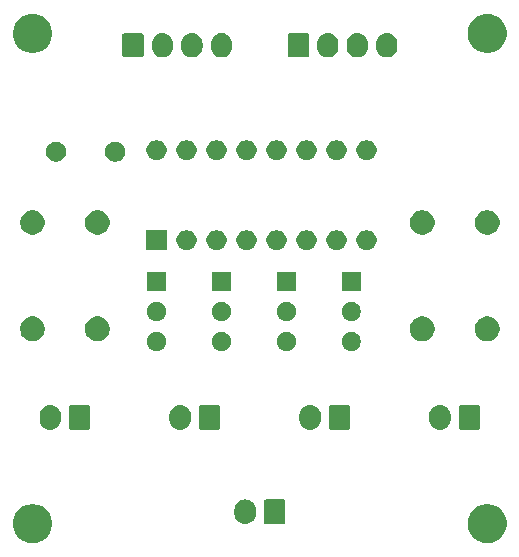
<source format=gbr>
G04 #@! TF.GenerationSoftware,KiCad,Pcbnew,5.1.6-c6e7f7d~87~ubuntu20.04.1*
G04 #@! TF.CreationDate,2020-08-21T14:36:32+01:00*
G04 #@! TF.ProjectId,4_switch_array,345f7377-6974-4636-985f-61727261792e,rev?*
G04 #@! TF.SameCoordinates,Original*
G04 #@! TF.FileFunction,Soldermask,Bot*
G04 #@! TF.FilePolarity,Negative*
%FSLAX46Y46*%
G04 Gerber Fmt 4.6, Leading zero omitted, Abs format (unit mm)*
G04 Created by KiCad (PCBNEW 5.1.6-c6e7f7d~87~ubuntu20.04.1) date 2020-08-21 14:36:32*
%MOMM*%
%LPD*%
G01*
G04 APERTURE LIST*
%ADD10C,0.100000*%
G04 APERTURE END LIST*
D10*
G36*
X166375256Y-76891298D02*
G01*
X166481579Y-76912447D01*
X166782042Y-77036903D01*
X167052451Y-77217585D01*
X167282415Y-77447549D01*
X167463097Y-77717958D01*
X167578460Y-77996468D01*
X167587553Y-78018422D01*
X167641611Y-78290186D01*
X167651000Y-78337391D01*
X167651000Y-78662609D01*
X167587553Y-78981579D01*
X167463097Y-79282042D01*
X167282415Y-79552451D01*
X167052451Y-79782415D01*
X166782042Y-79963097D01*
X166481579Y-80087553D01*
X166375256Y-80108702D01*
X166162611Y-80151000D01*
X165837389Y-80151000D01*
X165624744Y-80108702D01*
X165518421Y-80087553D01*
X165217958Y-79963097D01*
X164947549Y-79782415D01*
X164717585Y-79552451D01*
X164536903Y-79282042D01*
X164412447Y-78981579D01*
X164349000Y-78662609D01*
X164349000Y-78337391D01*
X164358390Y-78290186D01*
X164412447Y-78018422D01*
X164421541Y-77996468D01*
X164536903Y-77717958D01*
X164717585Y-77447549D01*
X164947549Y-77217585D01*
X165217958Y-77036903D01*
X165518421Y-76912447D01*
X165624744Y-76891298D01*
X165837389Y-76849000D01*
X166162611Y-76849000D01*
X166375256Y-76891298D01*
G37*
G36*
X127875256Y-76891298D02*
G01*
X127981579Y-76912447D01*
X128282042Y-77036903D01*
X128552451Y-77217585D01*
X128782415Y-77447549D01*
X128963097Y-77717958D01*
X129078460Y-77996468D01*
X129087553Y-78018422D01*
X129141611Y-78290186D01*
X129151000Y-78337391D01*
X129151000Y-78662609D01*
X129087553Y-78981579D01*
X128963097Y-79282042D01*
X128782415Y-79552451D01*
X128552451Y-79782415D01*
X128282042Y-79963097D01*
X127981579Y-80087553D01*
X127875256Y-80108702D01*
X127662611Y-80151000D01*
X127337389Y-80151000D01*
X127124744Y-80108702D01*
X127018421Y-80087553D01*
X126717958Y-79963097D01*
X126447549Y-79782415D01*
X126217585Y-79552451D01*
X126036903Y-79282042D01*
X125912447Y-78981579D01*
X125849000Y-78662609D01*
X125849000Y-78337391D01*
X125858390Y-78290186D01*
X125912447Y-78018422D01*
X125921541Y-77996468D01*
X126036903Y-77717958D01*
X126217585Y-77447549D01*
X126447549Y-77217585D01*
X126717958Y-77036903D01*
X127018421Y-76912447D01*
X127124744Y-76891298D01*
X127337389Y-76849000D01*
X127662611Y-76849000D01*
X127875256Y-76891298D01*
G37*
G36*
X145676627Y-76462037D02*
G01*
X145846466Y-76513557D01*
X146002991Y-76597222D01*
X146038729Y-76626552D01*
X146140186Y-76709814D01*
X146223448Y-76811271D01*
X146252778Y-76847009D01*
X146336443Y-77003534D01*
X146387963Y-77173374D01*
X146401000Y-77305743D01*
X146401000Y-77694258D01*
X146387963Y-77826627D01*
X146336443Y-77996466D01*
X146252778Y-78152991D01*
X146223448Y-78188729D01*
X146140186Y-78290186D01*
X146002989Y-78402779D01*
X145846467Y-78486442D01*
X145846465Y-78486443D01*
X145676626Y-78537963D01*
X145500000Y-78555359D01*
X145323373Y-78537963D01*
X145153534Y-78486443D01*
X144997009Y-78402778D01*
X144954750Y-78368097D01*
X144859814Y-78290186D01*
X144747221Y-78152989D01*
X144663558Y-77996467D01*
X144663557Y-77996465D01*
X144612037Y-77826626D01*
X144605519Y-77760442D01*
X144599000Y-77694259D01*
X144599000Y-77305740D01*
X144612037Y-77173375D01*
X144612037Y-77173373D01*
X144663557Y-77003534D01*
X144747222Y-76847009D01*
X144859815Y-76709815D01*
X144997010Y-76597222D01*
X145153535Y-76513557D01*
X145323374Y-76462037D01*
X145500000Y-76444641D01*
X145676627Y-76462037D01*
G37*
G36*
X148758600Y-76452989D02*
G01*
X148791652Y-76463015D01*
X148822103Y-76479292D01*
X148848799Y-76501201D01*
X148870708Y-76527897D01*
X148886985Y-76558348D01*
X148897011Y-76591400D01*
X148901000Y-76631903D01*
X148901000Y-78368097D01*
X148897011Y-78408600D01*
X148886985Y-78441652D01*
X148870708Y-78472103D01*
X148848799Y-78498799D01*
X148822103Y-78520708D01*
X148791652Y-78536985D01*
X148758600Y-78547011D01*
X148718097Y-78551000D01*
X147281903Y-78551000D01*
X147241400Y-78547011D01*
X147208348Y-78536985D01*
X147177897Y-78520708D01*
X147151201Y-78498799D01*
X147129292Y-78472103D01*
X147113015Y-78441652D01*
X147102989Y-78408600D01*
X147099000Y-78368097D01*
X147099000Y-76631903D01*
X147102989Y-76591400D01*
X147113015Y-76558348D01*
X147129292Y-76527897D01*
X147151201Y-76501201D01*
X147177897Y-76479292D01*
X147208348Y-76463015D01*
X147241400Y-76452989D01*
X147281903Y-76449000D01*
X148718097Y-76449000D01*
X148758600Y-76452989D01*
G37*
G36*
X129176627Y-68462037D02*
G01*
X129346466Y-68513557D01*
X129502991Y-68597222D01*
X129538729Y-68626552D01*
X129640186Y-68709814D01*
X129723448Y-68811271D01*
X129752778Y-68847009D01*
X129836443Y-69003534D01*
X129887963Y-69173374D01*
X129901000Y-69305743D01*
X129901000Y-69694258D01*
X129887963Y-69826627D01*
X129836443Y-69996466D01*
X129752778Y-70152991D01*
X129723448Y-70188729D01*
X129640186Y-70290186D01*
X129502989Y-70402779D01*
X129346467Y-70486442D01*
X129346465Y-70486443D01*
X129176626Y-70537963D01*
X129000000Y-70555359D01*
X128823373Y-70537963D01*
X128653534Y-70486443D01*
X128497009Y-70402778D01*
X128454750Y-70368097D01*
X128359814Y-70290186D01*
X128247221Y-70152989D01*
X128163558Y-69996467D01*
X128163557Y-69996465D01*
X128112037Y-69826626D01*
X128099000Y-69694257D01*
X128099000Y-69305742D01*
X128112037Y-69173373D01*
X128163557Y-69003534D01*
X128247222Y-68847009D01*
X128359815Y-68709815D01*
X128497010Y-68597222D01*
X128653535Y-68513557D01*
X128823374Y-68462037D01*
X129000000Y-68444641D01*
X129176627Y-68462037D01*
G37*
G36*
X162176627Y-68462037D02*
G01*
X162346466Y-68513557D01*
X162502991Y-68597222D01*
X162538729Y-68626552D01*
X162640186Y-68709814D01*
X162723448Y-68811271D01*
X162752778Y-68847009D01*
X162836443Y-69003534D01*
X162887963Y-69173374D01*
X162901000Y-69305743D01*
X162901000Y-69694258D01*
X162887963Y-69826627D01*
X162836443Y-69996466D01*
X162752778Y-70152991D01*
X162723448Y-70188729D01*
X162640186Y-70290186D01*
X162502989Y-70402779D01*
X162346467Y-70486442D01*
X162346465Y-70486443D01*
X162176626Y-70537963D01*
X162000000Y-70555359D01*
X161823373Y-70537963D01*
X161653534Y-70486443D01*
X161497009Y-70402778D01*
X161454750Y-70368097D01*
X161359814Y-70290186D01*
X161247221Y-70152989D01*
X161163558Y-69996467D01*
X161163557Y-69996465D01*
X161112037Y-69826626D01*
X161099000Y-69694257D01*
X161099000Y-69305742D01*
X161112037Y-69173373D01*
X161163557Y-69003534D01*
X161247222Y-68847009D01*
X161359815Y-68709815D01*
X161497010Y-68597222D01*
X161653535Y-68513557D01*
X161823374Y-68462037D01*
X162000000Y-68444641D01*
X162176627Y-68462037D01*
G37*
G36*
X140176627Y-68462037D02*
G01*
X140346466Y-68513557D01*
X140502991Y-68597222D01*
X140538729Y-68626552D01*
X140640186Y-68709814D01*
X140723448Y-68811271D01*
X140752778Y-68847009D01*
X140836443Y-69003534D01*
X140887963Y-69173374D01*
X140901000Y-69305743D01*
X140901000Y-69694258D01*
X140887963Y-69826627D01*
X140836443Y-69996466D01*
X140752778Y-70152991D01*
X140723448Y-70188729D01*
X140640186Y-70290186D01*
X140502989Y-70402779D01*
X140346467Y-70486442D01*
X140346465Y-70486443D01*
X140176626Y-70537963D01*
X140000000Y-70555359D01*
X139823373Y-70537963D01*
X139653534Y-70486443D01*
X139497009Y-70402778D01*
X139454750Y-70368097D01*
X139359814Y-70290186D01*
X139247221Y-70152989D01*
X139163558Y-69996467D01*
X139163557Y-69996465D01*
X139112037Y-69826626D01*
X139099000Y-69694257D01*
X139099000Y-69305742D01*
X139112037Y-69173373D01*
X139163557Y-69003534D01*
X139247222Y-68847009D01*
X139359815Y-68709815D01*
X139497010Y-68597222D01*
X139653535Y-68513557D01*
X139823374Y-68462037D01*
X140000000Y-68444641D01*
X140176627Y-68462037D01*
G37*
G36*
X151176627Y-68462037D02*
G01*
X151346466Y-68513557D01*
X151502991Y-68597222D01*
X151538729Y-68626552D01*
X151640186Y-68709814D01*
X151723448Y-68811271D01*
X151752778Y-68847009D01*
X151836443Y-69003534D01*
X151887963Y-69173374D01*
X151901000Y-69305743D01*
X151901000Y-69694258D01*
X151887963Y-69826627D01*
X151836443Y-69996466D01*
X151752778Y-70152991D01*
X151723448Y-70188729D01*
X151640186Y-70290186D01*
X151502989Y-70402779D01*
X151346467Y-70486442D01*
X151346465Y-70486443D01*
X151176626Y-70537963D01*
X151000000Y-70555359D01*
X150823373Y-70537963D01*
X150653534Y-70486443D01*
X150497009Y-70402778D01*
X150454750Y-70368097D01*
X150359814Y-70290186D01*
X150247221Y-70152989D01*
X150163558Y-69996467D01*
X150163557Y-69996465D01*
X150112037Y-69826626D01*
X150099000Y-69694257D01*
X150099000Y-69305742D01*
X150112037Y-69173373D01*
X150163557Y-69003534D01*
X150247222Y-68847009D01*
X150359815Y-68709815D01*
X150497010Y-68597222D01*
X150653535Y-68513557D01*
X150823374Y-68462037D01*
X151000000Y-68444641D01*
X151176627Y-68462037D01*
G37*
G36*
X154258600Y-68452989D02*
G01*
X154291652Y-68463015D01*
X154322103Y-68479292D01*
X154348799Y-68501201D01*
X154370708Y-68527897D01*
X154386985Y-68558348D01*
X154397011Y-68591400D01*
X154401000Y-68631903D01*
X154401000Y-70368097D01*
X154397011Y-70408600D01*
X154386985Y-70441652D01*
X154370708Y-70472103D01*
X154348799Y-70498799D01*
X154322103Y-70520708D01*
X154291652Y-70536985D01*
X154258600Y-70547011D01*
X154218097Y-70551000D01*
X152781903Y-70551000D01*
X152741400Y-70547011D01*
X152708348Y-70536985D01*
X152677897Y-70520708D01*
X152651201Y-70498799D01*
X152629292Y-70472103D01*
X152613015Y-70441652D01*
X152602989Y-70408600D01*
X152599000Y-70368097D01*
X152599000Y-68631903D01*
X152602989Y-68591400D01*
X152613015Y-68558348D01*
X152629292Y-68527897D01*
X152651201Y-68501201D01*
X152677897Y-68479292D01*
X152708348Y-68463015D01*
X152741400Y-68452989D01*
X152781903Y-68449000D01*
X154218097Y-68449000D01*
X154258600Y-68452989D01*
G37*
G36*
X165258600Y-68452989D02*
G01*
X165291652Y-68463015D01*
X165322103Y-68479292D01*
X165348799Y-68501201D01*
X165370708Y-68527897D01*
X165386985Y-68558348D01*
X165397011Y-68591400D01*
X165401000Y-68631903D01*
X165401000Y-70368097D01*
X165397011Y-70408600D01*
X165386985Y-70441652D01*
X165370708Y-70472103D01*
X165348799Y-70498799D01*
X165322103Y-70520708D01*
X165291652Y-70536985D01*
X165258600Y-70547011D01*
X165218097Y-70551000D01*
X163781903Y-70551000D01*
X163741400Y-70547011D01*
X163708348Y-70536985D01*
X163677897Y-70520708D01*
X163651201Y-70498799D01*
X163629292Y-70472103D01*
X163613015Y-70441652D01*
X163602989Y-70408600D01*
X163599000Y-70368097D01*
X163599000Y-68631903D01*
X163602989Y-68591400D01*
X163613015Y-68558348D01*
X163629292Y-68527897D01*
X163651201Y-68501201D01*
X163677897Y-68479292D01*
X163708348Y-68463015D01*
X163741400Y-68452989D01*
X163781903Y-68449000D01*
X165218097Y-68449000D01*
X165258600Y-68452989D01*
G37*
G36*
X143258600Y-68452989D02*
G01*
X143291652Y-68463015D01*
X143322103Y-68479292D01*
X143348799Y-68501201D01*
X143370708Y-68527897D01*
X143386985Y-68558348D01*
X143397011Y-68591400D01*
X143401000Y-68631903D01*
X143401000Y-70368097D01*
X143397011Y-70408600D01*
X143386985Y-70441652D01*
X143370708Y-70472103D01*
X143348799Y-70498799D01*
X143322103Y-70520708D01*
X143291652Y-70536985D01*
X143258600Y-70547011D01*
X143218097Y-70551000D01*
X141781903Y-70551000D01*
X141741400Y-70547011D01*
X141708348Y-70536985D01*
X141677897Y-70520708D01*
X141651201Y-70498799D01*
X141629292Y-70472103D01*
X141613015Y-70441652D01*
X141602989Y-70408600D01*
X141599000Y-70368097D01*
X141599000Y-68631903D01*
X141602989Y-68591400D01*
X141613015Y-68558348D01*
X141629292Y-68527897D01*
X141651201Y-68501201D01*
X141677897Y-68479292D01*
X141708348Y-68463015D01*
X141741400Y-68452989D01*
X141781903Y-68449000D01*
X143218097Y-68449000D01*
X143258600Y-68452989D01*
G37*
G36*
X132258600Y-68452989D02*
G01*
X132291652Y-68463015D01*
X132322103Y-68479292D01*
X132348799Y-68501201D01*
X132370708Y-68527897D01*
X132386985Y-68558348D01*
X132397011Y-68591400D01*
X132401000Y-68631903D01*
X132401000Y-70368097D01*
X132397011Y-70408600D01*
X132386985Y-70441652D01*
X132370708Y-70472103D01*
X132348799Y-70498799D01*
X132322103Y-70520708D01*
X132291652Y-70536985D01*
X132258600Y-70547011D01*
X132218097Y-70551000D01*
X130781903Y-70551000D01*
X130741400Y-70547011D01*
X130708348Y-70536985D01*
X130677897Y-70520708D01*
X130651201Y-70498799D01*
X130629292Y-70472103D01*
X130613015Y-70441652D01*
X130602989Y-70408600D01*
X130599000Y-70368097D01*
X130599000Y-68631903D01*
X130602989Y-68591400D01*
X130613015Y-68558348D01*
X130629292Y-68527897D01*
X130651201Y-68501201D01*
X130677897Y-68479292D01*
X130708348Y-68463015D01*
X130741400Y-68452989D01*
X130781903Y-68449000D01*
X132218097Y-68449000D01*
X132258600Y-68452989D01*
G37*
G36*
X149233642Y-62309781D02*
G01*
X149379414Y-62370162D01*
X149379416Y-62370163D01*
X149510608Y-62457822D01*
X149622178Y-62569392D01*
X149709837Y-62700584D01*
X149709838Y-62700586D01*
X149770219Y-62846358D01*
X149801000Y-63001107D01*
X149801000Y-63158893D01*
X149770219Y-63313642D01*
X149709838Y-63459414D01*
X149709837Y-63459416D01*
X149622178Y-63590608D01*
X149510608Y-63702178D01*
X149379416Y-63789837D01*
X149379415Y-63789838D01*
X149379414Y-63789838D01*
X149233642Y-63850219D01*
X149078893Y-63881000D01*
X148921107Y-63881000D01*
X148766358Y-63850219D01*
X148620586Y-63789838D01*
X148620585Y-63789838D01*
X148620584Y-63789837D01*
X148489392Y-63702178D01*
X148377822Y-63590608D01*
X148290163Y-63459416D01*
X148290162Y-63459414D01*
X148229781Y-63313642D01*
X148199000Y-63158893D01*
X148199000Y-63001107D01*
X148229781Y-62846358D01*
X148290162Y-62700586D01*
X148290163Y-62700584D01*
X148377822Y-62569392D01*
X148489392Y-62457822D01*
X148620584Y-62370163D01*
X148620586Y-62370162D01*
X148766358Y-62309781D01*
X148921107Y-62279000D01*
X149078893Y-62279000D01*
X149233642Y-62309781D01*
G37*
G36*
X138233642Y-62309781D02*
G01*
X138379414Y-62370162D01*
X138379416Y-62370163D01*
X138510608Y-62457822D01*
X138622178Y-62569392D01*
X138709837Y-62700584D01*
X138709838Y-62700586D01*
X138770219Y-62846358D01*
X138801000Y-63001107D01*
X138801000Y-63158893D01*
X138770219Y-63313642D01*
X138709838Y-63459414D01*
X138709837Y-63459416D01*
X138622178Y-63590608D01*
X138510608Y-63702178D01*
X138379416Y-63789837D01*
X138379415Y-63789838D01*
X138379414Y-63789838D01*
X138233642Y-63850219D01*
X138078893Y-63881000D01*
X137921107Y-63881000D01*
X137766358Y-63850219D01*
X137620586Y-63789838D01*
X137620585Y-63789838D01*
X137620584Y-63789837D01*
X137489392Y-63702178D01*
X137377822Y-63590608D01*
X137290163Y-63459416D01*
X137290162Y-63459414D01*
X137229781Y-63313642D01*
X137199000Y-63158893D01*
X137199000Y-63001107D01*
X137229781Y-62846358D01*
X137290162Y-62700586D01*
X137290163Y-62700584D01*
X137377822Y-62569392D01*
X137489392Y-62457822D01*
X137620584Y-62370163D01*
X137620586Y-62370162D01*
X137766358Y-62309781D01*
X137921107Y-62279000D01*
X138078893Y-62279000D01*
X138233642Y-62309781D01*
G37*
G36*
X154733642Y-62309781D02*
G01*
X154879414Y-62370162D01*
X154879416Y-62370163D01*
X155010608Y-62457822D01*
X155122178Y-62569392D01*
X155209837Y-62700584D01*
X155209838Y-62700586D01*
X155270219Y-62846358D01*
X155301000Y-63001107D01*
X155301000Y-63158893D01*
X155270219Y-63313642D01*
X155209838Y-63459414D01*
X155209837Y-63459416D01*
X155122178Y-63590608D01*
X155010608Y-63702178D01*
X154879416Y-63789837D01*
X154879415Y-63789838D01*
X154879414Y-63789838D01*
X154733642Y-63850219D01*
X154578893Y-63881000D01*
X154421107Y-63881000D01*
X154266358Y-63850219D01*
X154120586Y-63789838D01*
X154120585Y-63789838D01*
X154120584Y-63789837D01*
X153989392Y-63702178D01*
X153877822Y-63590608D01*
X153790163Y-63459416D01*
X153790162Y-63459414D01*
X153729781Y-63313642D01*
X153699000Y-63158893D01*
X153699000Y-63001107D01*
X153729781Y-62846358D01*
X153790162Y-62700586D01*
X153790163Y-62700584D01*
X153877822Y-62569392D01*
X153989392Y-62457822D01*
X154120584Y-62370163D01*
X154120586Y-62370162D01*
X154266358Y-62309781D01*
X154421107Y-62279000D01*
X154578893Y-62279000D01*
X154733642Y-62309781D01*
G37*
G36*
X143733642Y-62309781D02*
G01*
X143879414Y-62370162D01*
X143879416Y-62370163D01*
X144010608Y-62457822D01*
X144122178Y-62569392D01*
X144209837Y-62700584D01*
X144209838Y-62700586D01*
X144270219Y-62846358D01*
X144301000Y-63001107D01*
X144301000Y-63158893D01*
X144270219Y-63313642D01*
X144209838Y-63459414D01*
X144209837Y-63459416D01*
X144122178Y-63590608D01*
X144010608Y-63702178D01*
X143879416Y-63789837D01*
X143879415Y-63789838D01*
X143879414Y-63789838D01*
X143733642Y-63850219D01*
X143578893Y-63881000D01*
X143421107Y-63881000D01*
X143266358Y-63850219D01*
X143120586Y-63789838D01*
X143120585Y-63789838D01*
X143120584Y-63789837D01*
X142989392Y-63702178D01*
X142877822Y-63590608D01*
X142790163Y-63459416D01*
X142790162Y-63459414D01*
X142729781Y-63313642D01*
X142699000Y-63158893D01*
X142699000Y-63001107D01*
X142729781Y-62846358D01*
X142790162Y-62700586D01*
X142790163Y-62700584D01*
X142877822Y-62569392D01*
X142989392Y-62457822D01*
X143120584Y-62370163D01*
X143120586Y-62370162D01*
X143266358Y-62309781D01*
X143421107Y-62279000D01*
X143578893Y-62279000D01*
X143733642Y-62309781D01*
G37*
G36*
X127806564Y-60989389D02*
G01*
X127997833Y-61068615D01*
X127997835Y-61068616D01*
X128137860Y-61162178D01*
X128169973Y-61183635D01*
X128316365Y-61330027D01*
X128431385Y-61502167D01*
X128510611Y-61693436D01*
X128551000Y-61896484D01*
X128551000Y-62103516D01*
X128510611Y-62306564D01*
X128447958Y-62457822D01*
X128431384Y-62497835D01*
X128316365Y-62669973D01*
X128169973Y-62816365D01*
X127997835Y-62931384D01*
X127997834Y-62931385D01*
X127997833Y-62931385D01*
X127806564Y-63010611D01*
X127603516Y-63051000D01*
X127396484Y-63051000D01*
X127193436Y-63010611D01*
X127002167Y-62931385D01*
X127002166Y-62931385D01*
X127002165Y-62931384D01*
X126830027Y-62816365D01*
X126683635Y-62669973D01*
X126568616Y-62497835D01*
X126552042Y-62457822D01*
X126489389Y-62306564D01*
X126449000Y-62103516D01*
X126449000Y-61896484D01*
X126489389Y-61693436D01*
X126568615Y-61502167D01*
X126683635Y-61330027D01*
X126830027Y-61183635D01*
X126862140Y-61162178D01*
X127002165Y-61068616D01*
X127002167Y-61068615D01*
X127193436Y-60989389D01*
X127396484Y-60949000D01*
X127603516Y-60949000D01*
X127806564Y-60989389D01*
G37*
G36*
X166306564Y-60989389D02*
G01*
X166497833Y-61068615D01*
X166497835Y-61068616D01*
X166637860Y-61162178D01*
X166669973Y-61183635D01*
X166816365Y-61330027D01*
X166931385Y-61502167D01*
X167010611Y-61693436D01*
X167051000Y-61896484D01*
X167051000Y-62103516D01*
X167010611Y-62306564D01*
X166947958Y-62457822D01*
X166931384Y-62497835D01*
X166816365Y-62669973D01*
X166669973Y-62816365D01*
X166497835Y-62931384D01*
X166497834Y-62931385D01*
X166497833Y-62931385D01*
X166306564Y-63010611D01*
X166103516Y-63051000D01*
X165896484Y-63051000D01*
X165693436Y-63010611D01*
X165502167Y-62931385D01*
X165502166Y-62931385D01*
X165502165Y-62931384D01*
X165330027Y-62816365D01*
X165183635Y-62669973D01*
X165068616Y-62497835D01*
X165052042Y-62457822D01*
X164989389Y-62306564D01*
X164949000Y-62103516D01*
X164949000Y-61896484D01*
X164989389Y-61693436D01*
X165068615Y-61502167D01*
X165183635Y-61330027D01*
X165330027Y-61183635D01*
X165362140Y-61162178D01*
X165502165Y-61068616D01*
X165502167Y-61068615D01*
X165693436Y-60989389D01*
X165896484Y-60949000D01*
X166103516Y-60949000D01*
X166306564Y-60989389D01*
G37*
G36*
X133306564Y-60989389D02*
G01*
X133497833Y-61068615D01*
X133497835Y-61068616D01*
X133637860Y-61162178D01*
X133669973Y-61183635D01*
X133816365Y-61330027D01*
X133931385Y-61502167D01*
X134010611Y-61693436D01*
X134051000Y-61896484D01*
X134051000Y-62103516D01*
X134010611Y-62306564D01*
X133947958Y-62457822D01*
X133931384Y-62497835D01*
X133816365Y-62669973D01*
X133669973Y-62816365D01*
X133497835Y-62931384D01*
X133497834Y-62931385D01*
X133497833Y-62931385D01*
X133306564Y-63010611D01*
X133103516Y-63051000D01*
X132896484Y-63051000D01*
X132693436Y-63010611D01*
X132502167Y-62931385D01*
X132502166Y-62931385D01*
X132502165Y-62931384D01*
X132330027Y-62816365D01*
X132183635Y-62669973D01*
X132068616Y-62497835D01*
X132052042Y-62457822D01*
X131989389Y-62306564D01*
X131949000Y-62103516D01*
X131949000Y-61896484D01*
X131989389Y-61693436D01*
X132068615Y-61502167D01*
X132183635Y-61330027D01*
X132330027Y-61183635D01*
X132362140Y-61162178D01*
X132502165Y-61068616D01*
X132502167Y-61068615D01*
X132693436Y-60989389D01*
X132896484Y-60949000D01*
X133103516Y-60949000D01*
X133306564Y-60989389D01*
G37*
G36*
X160806564Y-60989389D02*
G01*
X160997833Y-61068615D01*
X160997835Y-61068616D01*
X161137860Y-61162178D01*
X161169973Y-61183635D01*
X161316365Y-61330027D01*
X161431385Y-61502167D01*
X161510611Y-61693436D01*
X161551000Y-61896484D01*
X161551000Y-62103516D01*
X161510611Y-62306564D01*
X161447958Y-62457822D01*
X161431384Y-62497835D01*
X161316365Y-62669973D01*
X161169973Y-62816365D01*
X160997835Y-62931384D01*
X160997834Y-62931385D01*
X160997833Y-62931385D01*
X160806564Y-63010611D01*
X160603516Y-63051000D01*
X160396484Y-63051000D01*
X160193436Y-63010611D01*
X160002167Y-62931385D01*
X160002166Y-62931385D01*
X160002165Y-62931384D01*
X159830027Y-62816365D01*
X159683635Y-62669973D01*
X159568616Y-62497835D01*
X159552042Y-62457822D01*
X159489389Y-62306564D01*
X159449000Y-62103516D01*
X159449000Y-61896484D01*
X159489389Y-61693436D01*
X159568615Y-61502167D01*
X159683635Y-61330027D01*
X159830027Y-61183635D01*
X159862140Y-61162178D01*
X160002165Y-61068616D01*
X160002167Y-61068615D01*
X160193436Y-60989389D01*
X160396484Y-60949000D01*
X160603516Y-60949000D01*
X160806564Y-60989389D01*
G37*
G36*
X138233642Y-59769781D02*
G01*
X138379414Y-59830162D01*
X138379416Y-59830163D01*
X138510608Y-59917822D01*
X138622178Y-60029392D01*
X138709837Y-60160584D01*
X138709838Y-60160586D01*
X138770219Y-60306358D01*
X138801000Y-60461107D01*
X138801000Y-60618893D01*
X138770219Y-60773642D01*
X138709838Y-60919414D01*
X138709837Y-60919416D01*
X138622178Y-61050608D01*
X138510608Y-61162178D01*
X138379416Y-61249837D01*
X138379415Y-61249838D01*
X138379414Y-61249838D01*
X138233642Y-61310219D01*
X138078893Y-61341000D01*
X137921107Y-61341000D01*
X137766358Y-61310219D01*
X137620586Y-61249838D01*
X137620585Y-61249838D01*
X137620584Y-61249837D01*
X137489392Y-61162178D01*
X137377822Y-61050608D01*
X137290163Y-60919416D01*
X137290162Y-60919414D01*
X137229781Y-60773642D01*
X137199000Y-60618893D01*
X137199000Y-60461107D01*
X137229781Y-60306358D01*
X137290162Y-60160586D01*
X137290163Y-60160584D01*
X137377822Y-60029392D01*
X137489392Y-59917822D01*
X137620584Y-59830163D01*
X137620586Y-59830162D01*
X137766358Y-59769781D01*
X137921107Y-59739000D01*
X138078893Y-59739000D01*
X138233642Y-59769781D01*
G37*
G36*
X154733642Y-59769781D02*
G01*
X154879414Y-59830162D01*
X154879416Y-59830163D01*
X155010608Y-59917822D01*
X155122178Y-60029392D01*
X155209837Y-60160584D01*
X155209838Y-60160586D01*
X155270219Y-60306358D01*
X155301000Y-60461107D01*
X155301000Y-60618893D01*
X155270219Y-60773642D01*
X155209838Y-60919414D01*
X155209837Y-60919416D01*
X155122178Y-61050608D01*
X155010608Y-61162178D01*
X154879416Y-61249837D01*
X154879415Y-61249838D01*
X154879414Y-61249838D01*
X154733642Y-61310219D01*
X154578893Y-61341000D01*
X154421107Y-61341000D01*
X154266358Y-61310219D01*
X154120586Y-61249838D01*
X154120585Y-61249838D01*
X154120584Y-61249837D01*
X153989392Y-61162178D01*
X153877822Y-61050608D01*
X153790163Y-60919416D01*
X153790162Y-60919414D01*
X153729781Y-60773642D01*
X153699000Y-60618893D01*
X153699000Y-60461107D01*
X153729781Y-60306358D01*
X153790162Y-60160586D01*
X153790163Y-60160584D01*
X153877822Y-60029392D01*
X153989392Y-59917822D01*
X154120584Y-59830163D01*
X154120586Y-59830162D01*
X154266358Y-59769781D01*
X154421107Y-59739000D01*
X154578893Y-59739000D01*
X154733642Y-59769781D01*
G37*
G36*
X149233642Y-59769781D02*
G01*
X149379414Y-59830162D01*
X149379416Y-59830163D01*
X149510608Y-59917822D01*
X149622178Y-60029392D01*
X149709837Y-60160584D01*
X149709838Y-60160586D01*
X149770219Y-60306358D01*
X149801000Y-60461107D01*
X149801000Y-60618893D01*
X149770219Y-60773642D01*
X149709838Y-60919414D01*
X149709837Y-60919416D01*
X149622178Y-61050608D01*
X149510608Y-61162178D01*
X149379416Y-61249837D01*
X149379415Y-61249838D01*
X149379414Y-61249838D01*
X149233642Y-61310219D01*
X149078893Y-61341000D01*
X148921107Y-61341000D01*
X148766358Y-61310219D01*
X148620586Y-61249838D01*
X148620585Y-61249838D01*
X148620584Y-61249837D01*
X148489392Y-61162178D01*
X148377822Y-61050608D01*
X148290163Y-60919416D01*
X148290162Y-60919414D01*
X148229781Y-60773642D01*
X148199000Y-60618893D01*
X148199000Y-60461107D01*
X148229781Y-60306358D01*
X148290162Y-60160586D01*
X148290163Y-60160584D01*
X148377822Y-60029392D01*
X148489392Y-59917822D01*
X148620584Y-59830163D01*
X148620586Y-59830162D01*
X148766358Y-59769781D01*
X148921107Y-59739000D01*
X149078893Y-59739000D01*
X149233642Y-59769781D01*
G37*
G36*
X143733642Y-59769781D02*
G01*
X143879414Y-59830162D01*
X143879416Y-59830163D01*
X144010608Y-59917822D01*
X144122178Y-60029392D01*
X144209837Y-60160584D01*
X144209838Y-60160586D01*
X144270219Y-60306358D01*
X144301000Y-60461107D01*
X144301000Y-60618893D01*
X144270219Y-60773642D01*
X144209838Y-60919414D01*
X144209837Y-60919416D01*
X144122178Y-61050608D01*
X144010608Y-61162178D01*
X143879416Y-61249837D01*
X143879415Y-61249838D01*
X143879414Y-61249838D01*
X143733642Y-61310219D01*
X143578893Y-61341000D01*
X143421107Y-61341000D01*
X143266358Y-61310219D01*
X143120586Y-61249838D01*
X143120585Y-61249838D01*
X143120584Y-61249837D01*
X142989392Y-61162178D01*
X142877822Y-61050608D01*
X142790163Y-60919416D01*
X142790162Y-60919414D01*
X142729781Y-60773642D01*
X142699000Y-60618893D01*
X142699000Y-60461107D01*
X142729781Y-60306358D01*
X142790162Y-60160586D01*
X142790163Y-60160584D01*
X142877822Y-60029392D01*
X142989392Y-59917822D01*
X143120584Y-59830163D01*
X143120586Y-59830162D01*
X143266358Y-59769781D01*
X143421107Y-59739000D01*
X143578893Y-59739000D01*
X143733642Y-59769781D01*
G37*
G36*
X155301000Y-58801000D02*
G01*
X153699000Y-58801000D01*
X153699000Y-57199000D01*
X155301000Y-57199000D01*
X155301000Y-58801000D01*
G37*
G36*
X149801000Y-58801000D02*
G01*
X148199000Y-58801000D01*
X148199000Y-57199000D01*
X149801000Y-57199000D01*
X149801000Y-58801000D01*
G37*
G36*
X144301000Y-58801000D02*
G01*
X142699000Y-58801000D01*
X142699000Y-57199000D01*
X144301000Y-57199000D01*
X144301000Y-58801000D01*
G37*
G36*
X138801000Y-58801000D02*
G01*
X137199000Y-58801000D01*
X137199000Y-57199000D01*
X138801000Y-57199000D01*
X138801000Y-58801000D01*
G37*
G36*
X153488228Y-53681703D02*
G01*
X153643100Y-53745853D01*
X153782481Y-53838985D01*
X153901015Y-53957519D01*
X153994147Y-54096900D01*
X154058297Y-54251772D01*
X154091000Y-54416184D01*
X154091000Y-54583816D01*
X154058297Y-54748228D01*
X153994147Y-54903100D01*
X153901015Y-55042481D01*
X153782481Y-55161015D01*
X153643100Y-55254147D01*
X153488228Y-55318297D01*
X153323816Y-55351000D01*
X153156184Y-55351000D01*
X152991772Y-55318297D01*
X152836900Y-55254147D01*
X152697519Y-55161015D01*
X152578985Y-55042481D01*
X152485853Y-54903100D01*
X152421703Y-54748228D01*
X152389000Y-54583816D01*
X152389000Y-54416184D01*
X152421703Y-54251772D01*
X152485853Y-54096900D01*
X152578985Y-53957519D01*
X152697519Y-53838985D01*
X152836900Y-53745853D01*
X152991772Y-53681703D01*
X153156184Y-53649000D01*
X153323816Y-53649000D01*
X153488228Y-53681703D01*
G37*
G36*
X156028228Y-53681703D02*
G01*
X156183100Y-53745853D01*
X156322481Y-53838985D01*
X156441015Y-53957519D01*
X156534147Y-54096900D01*
X156598297Y-54251772D01*
X156631000Y-54416184D01*
X156631000Y-54583816D01*
X156598297Y-54748228D01*
X156534147Y-54903100D01*
X156441015Y-55042481D01*
X156322481Y-55161015D01*
X156183100Y-55254147D01*
X156028228Y-55318297D01*
X155863816Y-55351000D01*
X155696184Y-55351000D01*
X155531772Y-55318297D01*
X155376900Y-55254147D01*
X155237519Y-55161015D01*
X155118985Y-55042481D01*
X155025853Y-54903100D01*
X154961703Y-54748228D01*
X154929000Y-54583816D01*
X154929000Y-54416184D01*
X154961703Y-54251772D01*
X155025853Y-54096900D01*
X155118985Y-53957519D01*
X155237519Y-53838985D01*
X155376900Y-53745853D01*
X155531772Y-53681703D01*
X155696184Y-53649000D01*
X155863816Y-53649000D01*
X156028228Y-53681703D01*
G37*
G36*
X138851000Y-55351000D02*
G01*
X137149000Y-55351000D01*
X137149000Y-53649000D01*
X138851000Y-53649000D01*
X138851000Y-55351000D01*
G37*
G36*
X140788228Y-53681703D02*
G01*
X140943100Y-53745853D01*
X141082481Y-53838985D01*
X141201015Y-53957519D01*
X141294147Y-54096900D01*
X141358297Y-54251772D01*
X141391000Y-54416184D01*
X141391000Y-54583816D01*
X141358297Y-54748228D01*
X141294147Y-54903100D01*
X141201015Y-55042481D01*
X141082481Y-55161015D01*
X140943100Y-55254147D01*
X140788228Y-55318297D01*
X140623816Y-55351000D01*
X140456184Y-55351000D01*
X140291772Y-55318297D01*
X140136900Y-55254147D01*
X139997519Y-55161015D01*
X139878985Y-55042481D01*
X139785853Y-54903100D01*
X139721703Y-54748228D01*
X139689000Y-54583816D01*
X139689000Y-54416184D01*
X139721703Y-54251772D01*
X139785853Y-54096900D01*
X139878985Y-53957519D01*
X139997519Y-53838985D01*
X140136900Y-53745853D01*
X140291772Y-53681703D01*
X140456184Y-53649000D01*
X140623816Y-53649000D01*
X140788228Y-53681703D01*
G37*
G36*
X148408228Y-53681703D02*
G01*
X148563100Y-53745853D01*
X148702481Y-53838985D01*
X148821015Y-53957519D01*
X148914147Y-54096900D01*
X148978297Y-54251772D01*
X149011000Y-54416184D01*
X149011000Y-54583816D01*
X148978297Y-54748228D01*
X148914147Y-54903100D01*
X148821015Y-55042481D01*
X148702481Y-55161015D01*
X148563100Y-55254147D01*
X148408228Y-55318297D01*
X148243816Y-55351000D01*
X148076184Y-55351000D01*
X147911772Y-55318297D01*
X147756900Y-55254147D01*
X147617519Y-55161015D01*
X147498985Y-55042481D01*
X147405853Y-54903100D01*
X147341703Y-54748228D01*
X147309000Y-54583816D01*
X147309000Y-54416184D01*
X147341703Y-54251772D01*
X147405853Y-54096900D01*
X147498985Y-53957519D01*
X147617519Y-53838985D01*
X147756900Y-53745853D01*
X147911772Y-53681703D01*
X148076184Y-53649000D01*
X148243816Y-53649000D01*
X148408228Y-53681703D01*
G37*
G36*
X143328228Y-53681703D02*
G01*
X143483100Y-53745853D01*
X143622481Y-53838985D01*
X143741015Y-53957519D01*
X143834147Y-54096900D01*
X143898297Y-54251772D01*
X143931000Y-54416184D01*
X143931000Y-54583816D01*
X143898297Y-54748228D01*
X143834147Y-54903100D01*
X143741015Y-55042481D01*
X143622481Y-55161015D01*
X143483100Y-55254147D01*
X143328228Y-55318297D01*
X143163816Y-55351000D01*
X142996184Y-55351000D01*
X142831772Y-55318297D01*
X142676900Y-55254147D01*
X142537519Y-55161015D01*
X142418985Y-55042481D01*
X142325853Y-54903100D01*
X142261703Y-54748228D01*
X142229000Y-54583816D01*
X142229000Y-54416184D01*
X142261703Y-54251772D01*
X142325853Y-54096900D01*
X142418985Y-53957519D01*
X142537519Y-53838985D01*
X142676900Y-53745853D01*
X142831772Y-53681703D01*
X142996184Y-53649000D01*
X143163816Y-53649000D01*
X143328228Y-53681703D01*
G37*
G36*
X150948228Y-53681703D02*
G01*
X151103100Y-53745853D01*
X151242481Y-53838985D01*
X151361015Y-53957519D01*
X151454147Y-54096900D01*
X151518297Y-54251772D01*
X151551000Y-54416184D01*
X151551000Y-54583816D01*
X151518297Y-54748228D01*
X151454147Y-54903100D01*
X151361015Y-55042481D01*
X151242481Y-55161015D01*
X151103100Y-55254147D01*
X150948228Y-55318297D01*
X150783816Y-55351000D01*
X150616184Y-55351000D01*
X150451772Y-55318297D01*
X150296900Y-55254147D01*
X150157519Y-55161015D01*
X150038985Y-55042481D01*
X149945853Y-54903100D01*
X149881703Y-54748228D01*
X149849000Y-54583816D01*
X149849000Y-54416184D01*
X149881703Y-54251772D01*
X149945853Y-54096900D01*
X150038985Y-53957519D01*
X150157519Y-53838985D01*
X150296900Y-53745853D01*
X150451772Y-53681703D01*
X150616184Y-53649000D01*
X150783816Y-53649000D01*
X150948228Y-53681703D01*
G37*
G36*
X145868228Y-53681703D02*
G01*
X146023100Y-53745853D01*
X146162481Y-53838985D01*
X146281015Y-53957519D01*
X146374147Y-54096900D01*
X146438297Y-54251772D01*
X146471000Y-54416184D01*
X146471000Y-54583816D01*
X146438297Y-54748228D01*
X146374147Y-54903100D01*
X146281015Y-55042481D01*
X146162481Y-55161015D01*
X146023100Y-55254147D01*
X145868228Y-55318297D01*
X145703816Y-55351000D01*
X145536184Y-55351000D01*
X145371772Y-55318297D01*
X145216900Y-55254147D01*
X145077519Y-55161015D01*
X144958985Y-55042481D01*
X144865853Y-54903100D01*
X144801703Y-54748228D01*
X144769000Y-54583816D01*
X144769000Y-54416184D01*
X144801703Y-54251772D01*
X144865853Y-54096900D01*
X144958985Y-53957519D01*
X145077519Y-53838985D01*
X145216900Y-53745853D01*
X145371772Y-53681703D01*
X145536184Y-53649000D01*
X145703816Y-53649000D01*
X145868228Y-53681703D01*
G37*
G36*
X127806564Y-51989389D02*
G01*
X127997833Y-52068615D01*
X127997835Y-52068616D01*
X128169973Y-52183635D01*
X128316365Y-52330027D01*
X128431385Y-52502167D01*
X128510611Y-52693436D01*
X128551000Y-52896484D01*
X128551000Y-53103516D01*
X128510611Y-53306564D01*
X128431385Y-53497833D01*
X128431384Y-53497835D01*
X128316365Y-53669973D01*
X128169973Y-53816365D01*
X127997835Y-53931384D01*
X127997834Y-53931385D01*
X127997833Y-53931385D01*
X127806564Y-54010611D01*
X127603516Y-54051000D01*
X127396484Y-54051000D01*
X127193436Y-54010611D01*
X127002167Y-53931385D01*
X127002166Y-53931385D01*
X127002165Y-53931384D01*
X126830027Y-53816365D01*
X126683635Y-53669973D01*
X126568616Y-53497835D01*
X126568615Y-53497833D01*
X126489389Y-53306564D01*
X126449000Y-53103516D01*
X126449000Y-52896484D01*
X126489389Y-52693436D01*
X126568615Y-52502167D01*
X126683635Y-52330027D01*
X126830027Y-52183635D01*
X127002165Y-52068616D01*
X127002167Y-52068615D01*
X127193436Y-51989389D01*
X127396484Y-51949000D01*
X127603516Y-51949000D01*
X127806564Y-51989389D01*
G37*
G36*
X160806564Y-51989389D02*
G01*
X160997833Y-52068615D01*
X160997835Y-52068616D01*
X161169973Y-52183635D01*
X161316365Y-52330027D01*
X161431385Y-52502167D01*
X161510611Y-52693436D01*
X161551000Y-52896484D01*
X161551000Y-53103516D01*
X161510611Y-53306564D01*
X161431385Y-53497833D01*
X161431384Y-53497835D01*
X161316365Y-53669973D01*
X161169973Y-53816365D01*
X160997835Y-53931384D01*
X160997834Y-53931385D01*
X160997833Y-53931385D01*
X160806564Y-54010611D01*
X160603516Y-54051000D01*
X160396484Y-54051000D01*
X160193436Y-54010611D01*
X160002167Y-53931385D01*
X160002166Y-53931385D01*
X160002165Y-53931384D01*
X159830027Y-53816365D01*
X159683635Y-53669973D01*
X159568616Y-53497835D01*
X159568615Y-53497833D01*
X159489389Y-53306564D01*
X159449000Y-53103516D01*
X159449000Y-52896484D01*
X159489389Y-52693436D01*
X159568615Y-52502167D01*
X159683635Y-52330027D01*
X159830027Y-52183635D01*
X160002165Y-52068616D01*
X160002167Y-52068615D01*
X160193436Y-51989389D01*
X160396484Y-51949000D01*
X160603516Y-51949000D01*
X160806564Y-51989389D01*
G37*
G36*
X166306564Y-51989389D02*
G01*
X166497833Y-52068615D01*
X166497835Y-52068616D01*
X166669973Y-52183635D01*
X166816365Y-52330027D01*
X166931385Y-52502167D01*
X167010611Y-52693436D01*
X167051000Y-52896484D01*
X167051000Y-53103516D01*
X167010611Y-53306564D01*
X166931385Y-53497833D01*
X166931384Y-53497835D01*
X166816365Y-53669973D01*
X166669973Y-53816365D01*
X166497835Y-53931384D01*
X166497834Y-53931385D01*
X166497833Y-53931385D01*
X166306564Y-54010611D01*
X166103516Y-54051000D01*
X165896484Y-54051000D01*
X165693436Y-54010611D01*
X165502167Y-53931385D01*
X165502166Y-53931385D01*
X165502165Y-53931384D01*
X165330027Y-53816365D01*
X165183635Y-53669973D01*
X165068616Y-53497835D01*
X165068615Y-53497833D01*
X164989389Y-53306564D01*
X164949000Y-53103516D01*
X164949000Y-52896484D01*
X164989389Y-52693436D01*
X165068615Y-52502167D01*
X165183635Y-52330027D01*
X165330027Y-52183635D01*
X165502165Y-52068616D01*
X165502167Y-52068615D01*
X165693436Y-51989389D01*
X165896484Y-51949000D01*
X166103516Y-51949000D01*
X166306564Y-51989389D01*
G37*
G36*
X133306564Y-51989389D02*
G01*
X133497833Y-52068615D01*
X133497835Y-52068616D01*
X133669973Y-52183635D01*
X133816365Y-52330027D01*
X133931385Y-52502167D01*
X134010611Y-52693436D01*
X134051000Y-52896484D01*
X134051000Y-53103516D01*
X134010611Y-53306564D01*
X133931385Y-53497833D01*
X133931384Y-53497835D01*
X133816365Y-53669973D01*
X133669973Y-53816365D01*
X133497835Y-53931384D01*
X133497834Y-53931385D01*
X133497833Y-53931385D01*
X133306564Y-54010611D01*
X133103516Y-54051000D01*
X132896484Y-54051000D01*
X132693436Y-54010611D01*
X132502167Y-53931385D01*
X132502166Y-53931385D01*
X132502165Y-53931384D01*
X132330027Y-53816365D01*
X132183635Y-53669973D01*
X132068616Y-53497835D01*
X132068615Y-53497833D01*
X131989389Y-53306564D01*
X131949000Y-53103516D01*
X131949000Y-52896484D01*
X131989389Y-52693436D01*
X132068615Y-52502167D01*
X132183635Y-52330027D01*
X132330027Y-52183635D01*
X132502165Y-52068616D01*
X132502167Y-52068615D01*
X132693436Y-51989389D01*
X132896484Y-51949000D01*
X133103516Y-51949000D01*
X133306564Y-51989389D01*
G37*
G36*
X129748228Y-46181703D02*
G01*
X129903100Y-46245853D01*
X130042481Y-46338985D01*
X130161015Y-46457519D01*
X130254147Y-46596900D01*
X130318297Y-46751772D01*
X130351000Y-46916184D01*
X130351000Y-47083816D01*
X130318297Y-47248228D01*
X130254147Y-47403100D01*
X130161015Y-47542481D01*
X130042481Y-47661015D01*
X129903100Y-47754147D01*
X129748228Y-47818297D01*
X129583816Y-47851000D01*
X129416184Y-47851000D01*
X129251772Y-47818297D01*
X129096900Y-47754147D01*
X128957519Y-47661015D01*
X128838985Y-47542481D01*
X128745853Y-47403100D01*
X128681703Y-47248228D01*
X128649000Y-47083816D01*
X128649000Y-46916184D01*
X128681703Y-46751772D01*
X128745853Y-46596900D01*
X128838985Y-46457519D01*
X128957519Y-46338985D01*
X129096900Y-46245853D01*
X129251772Y-46181703D01*
X129416184Y-46149000D01*
X129583816Y-46149000D01*
X129748228Y-46181703D01*
G37*
G36*
X134748228Y-46181703D02*
G01*
X134903100Y-46245853D01*
X135042481Y-46338985D01*
X135161015Y-46457519D01*
X135254147Y-46596900D01*
X135318297Y-46751772D01*
X135351000Y-46916184D01*
X135351000Y-47083816D01*
X135318297Y-47248228D01*
X135254147Y-47403100D01*
X135161015Y-47542481D01*
X135042481Y-47661015D01*
X134903100Y-47754147D01*
X134748228Y-47818297D01*
X134583816Y-47851000D01*
X134416184Y-47851000D01*
X134251772Y-47818297D01*
X134096900Y-47754147D01*
X133957519Y-47661015D01*
X133838985Y-47542481D01*
X133745853Y-47403100D01*
X133681703Y-47248228D01*
X133649000Y-47083816D01*
X133649000Y-46916184D01*
X133681703Y-46751772D01*
X133745853Y-46596900D01*
X133838985Y-46457519D01*
X133957519Y-46338985D01*
X134096900Y-46245853D01*
X134251772Y-46181703D01*
X134416184Y-46149000D01*
X134583816Y-46149000D01*
X134748228Y-46181703D01*
G37*
G36*
X148408228Y-46061703D02*
G01*
X148563100Y-46125853D01*
X148702481Y-46218985D01*
X148821015Y-46337519D01*
X148914147Y-46476900D01*
X148978297Y-46631772D01*
X149011000Y-46796184D01*
X149011000Y-46963816D01*
X148978297Y-47128228D01*
X148914147Y-47283100D01*
X148821015Y-47422481D01*
X148702481Y-47541015D01*
X148563100Y-47634147D01*
X148408228Y-47698297D01*
X148243816Y-47731000D01*
X148076184Y-47731000D01*
X147911772Y-47698297D01*
X147756900Y-47634147D01*
X147617519Y-47541015D01*
X147498985Y-47422481D01*
X147405853Y-47283100D01*
X147341703Y-47128228D01*
X147309000Y-46963816D01*
X147309000Y-46796184D01*
X147341703Y-46631772D01*
X147405853Y-46476900D01*
X147498985Y-46337519D01*
X147617519Y-46218985D01*
X147756900Y-46125853D01*
X147911772Y-46061703D01*
X148076184Y-46029000D01*
X148243816Y-46029000D01*
X148408228Y-46061703D01*
G37*
G36*
X140788228Y-46061703D02*
G01*
X140943100Y-46125853D01*
X141082481Y-46218985D01*
X141201015Y-46337519D01*
X141294147Y-46476900D01*
X141358297Y-46631772D01*
X141391000Y-46796184D01*
X141391000Y-46963816D01*
X141358297Y-47128228D01*
X141294147Y-47283100D01*
X141201015Y-47422481D01*
X141082481Y-47541015D01*
X140943100Y-47634147D01*
X140788228Y-47698297D01*
X140623816Y-47731000D01*
X140456184Y-47731000D01*
X140291772Y-47698297D01*
X140136900Y-47634147D01*
X139997519Y-47541015D01*
X139878985Y-47422481D01*
X139785853Y-47283100D01*
X139721703Y-47128228D01*
X139689000Y-46963816D01*
X139689000Y-46796184D01*
X139721703Y-46631772D01*
X139785853Y-46476900D01*
X139878985Y-46337519D01*
X139997519Y-46218985D01*
X140136900Y-46125853D01*
X140291772Y-46061703D01*
X140456184Y-46029000D01*
X140623816Y-46029000D01*
X140788228Y-46061703D01*
G37*
G36*
X143328228Y-46061703D02*
G01*
X143483100Y-46125853D01*
X143622481Y-46218985D01*
X143741015Y-46337519D01*
X143834147Y-46476900D01*
X143898297Y-46631772D01*
X143931000Y-46796184D01*
X143931000Y-46963816D01*
X143898297Y-47128228D01*
X143834147Y-47283100D01*
X143741015Y-47422481D01*
X143622481Y-47541015D01*
X143483100Y-47634147D01*
X143328228Y-47698297D01*
X143163816Y-47731000D01*
X142996184Y-47731000D01*
X142831772Y-47698297D01*
X142676900Y-47634147D01*
X142537519Y-47541015D01*
X142418985Y-47422481D01*
X142325853Y-47283100D01*
X142261703Y-47128228D01*
X142229000Y-46963816D01*
X142229000Y-46796184D01*
X142261703Y-46631772D01*
X142325853Y-46476900D01*
X142418985Y-46337519D01*
X142537519Y-46218985D01*
X142676900Y-46125853D01*
X142831772Y-46061703D01*
X142996184Y-46029000D01*
X143163816Y-46029000D01*
X143328228Y-46061703D01*
G37*
G36*
X145868228Y-46061703D02*
G01*
X146023100Y-46125853D01*
X146162481Y-46218985D01*
X146281015Y-46337519D01*
X146374147Y-46476900D01*
X146438297Y-46631772D01*
X146471000Y-46796184D01*
X146471000Y-46963816D01*
X146438297Y-47128228D01*
X146374147Y-47283100D01*
X146281015Y-47422481D01*
X146162481Y-47541015D01*
X146023100Y-47634147D01*
X145868228Y-47698297D01*
X145703816Y-47731000D01*
X145536184Y-47731000D01*
X145371772Y-47698297D01*
X145216900Y-47634147D01*
X145077519Y-47541015D01*
X144958985Y-47422481D01*
X144865853Y-47283100D01*
X144801703Y-47128228D01*
X144769000Y-46963816D01*
X144769000Y-46796184D01*
X144801703Y-46631772D01*
X144865853Y-46476900D01*
X144958985Y-46337519D01*
X145077519Y-46218985D01*
X145216900Y-46125853D01*
X145371772Y-46061703D01*
X145536184Y-46029000D01*
X145703816Y-46029000D01*
X145868228Y-46061703D01*
G37*
G36*
X150948228Y-46061703D02*
G01*
X151103100Y-46125853D01*
X151242481Y-46218985D01*
X151361015Y-46337519D01*
X151454147Y-46476900D01*
X151518297Y-46631772D01*
X151551000Y-46796184D01*
X151551000Y-46963816D01*
X151518297Y-47128228D01*
X151454147Y-47283100D01*
X151361015Y-47422481D01*
X151242481Y-47541015D01*
X151103100Y-47634147D01*
X150948228Y-47698297D01*
X150783816Y-47731000D01*
X150616184Y-47731000D01*
X150451772Y-47698297D01*
X150296900Y-47634147D01*
X150157519Y-47541015D01*
X150038985Y-47422481D01*
X149945853Y-47283100D01*
X149881703Y-47128228D01*
X149849000Y-46963816D01*
X149849000Y-46796184D01*
X149881703Y-46631772D01*
X149945853Y-46476900D01*
X150038985Y-46337519D01*
X150157519Y-46218985D01*
X150296900Y-46125853D01*
X150451772Y-46061703D01*
X150616184Y-46029000D01*
X150783816Y-46029000D01*
X150948228Y-46061703D01*
G37*
G36*
X153488228Y-46061703D02*
G01*
X153643100Y-46125853D01*
X153782481Y-46218985D01*
X153901015Y-46337519D01*
X153994147Y-46476900D01*
X154058297Y-46631772D01*
X154091000Y-46796184D01*
X154091000Y-46963816D01*
X154058297Y-47128228D01*
X153994147Y-47283100D01*
X153901015Y-47422481D01*
X153782481Y-47541015D01*
X153643100Y-47634147D01*
X153488228Y-47698297D01*
X153323816Y-47731000D01*
X153156184Y-47731000D01*
X152991772Y-47698297D01*
X152836900Y-47634147D01*
X152697519Y-47541015D01*
X152578985Y-47422481D01*
X152485853Y-47283100D01*
X152421703Y-47128228D01*
X152389000Y-46963816D01*
X152389000Y-46796184D01*
X152421703Y-46631772D01*
X152485853Y-46476900D01*
X152578985Y-46337519D01*
X152697519Y-46218985D01*
X152836900Y-46125853D01*
X152991772Y-46061703D01*
X153156184Y-46029000D01*
X153323816Y-46029000D01*
X153488228Y-46061703D01*
G37*
G36*
X156028228Y-46061703D02*
G01*
X156183100Y-46125853D01*
X156322481Y-46218985D01*
X156441015Y-46337519D01*
X156534147Y-46476900D01*
X156598297Y-46631772D01*
X156631000Y-46796184D01*
X156631000Y-46963816D01*
X156598297Y-47128228D01*
X156534147Y-47283100D01*
X156441015Y-47422481D01*
X156322481Y-47541015D01*
X156183100Y-47634147D01*
X156028228Y-47698297D01*
X155863816Y-47731000D01*
X155696184Y-47731000D01*
X155531772Y-47698297D01*
X155376900Y-47634147D01*
X155237519Y-47541015D01*
X155118985Y-47422481D01*
X155025853Y-47283100D01*
X154961703Y-47128228D01*
X154929000Y-46963816D01*
X154929000Y-46796184D01*
X154961703Y-46631772D01*
X155025853Y-46476900D01*
X155118985Y-46337519D01*
X155237519Y-46218985D01*
X155376900Y-46125853D01*
X155531772Y-46061703D01*
X155696184Y-46029000D01*
X155863816Y-46029000D01*
X156028228Y-46061703D01*
G37*
G36*
X138248228Y-46061703D02*
G01*
X138403100Y-46125853D01*
X138542481Y-46218985D01*
X138661015Y-46337519D01*
X138754147Y-46476900D01*
X138818297Y-46631772D01*
X138851000Y-46796184D01*
X138851000Y-46963816D01*
X138818297Y-47128228D01*
X138754147Y-47283100D01*
X138661015Y-47422481D01*
X138542481Y-47541015D01*
X138403100Y-47634147D01*
X138248228Y-47698297D01*
X138083816Y-47731000D01*
X137916184Y-47731000D01*
X137751772Y-47698297D01*
X137596900Y-47634147D01*
X137457519Y-47541015D01*
X137338985Y-47422481D01*
X137245853Y-47283100D01*
X137181703Y-47128228D01*
X137149000Y-46963816D01*
X137149000Y-46796184D01*
X137181703Y-46631772D01*
X137245853Y-46476900D01*
X137338985Y-46337519D01*
X137457519Y-46218985D01*
X137596900Y-46125853D01*
X137751772Y-46061703D01*
X137916184Y-46029000D01*
X138083816Y-46029000D01*
X138248228Y-46061703D01*
G37*
G36*
X157676626Y-36987037D02*
G01*
X157846465Y-37038557D01*
X157846467Y-37038558D01*
X158002989Y-37122221D01*
X158140186Y-37234814D01*
X158223448Y-37336271D01*
X158252778Y-37372009D01*
X158336443Y-37528534D01*
X158387963Y-37698373D01*
X158401000Y-37830742D01*
X158401000Y-38169257D01*
X158387963Y-38301626D01*
X158336443Y-38471466D01*
X158252778Y-38627991D01*
X158233895Y-38651000D01*
X158140186Y-38765186D01*
X158045250Y-38843097D01*
X158002991Y-38877778D01*
X157846466Y-38961443D01*
X157676627Y-39012963D01*
X157500000Y-39030359D01*
X157323374Y-39012963D01*
X157153535Y-38961443D01*
X156997010Y-38877778D01*
X156859815Y-38765185D01*
X156747222Y-38627991D01*
X156663557Y-38471466D01*
X156612037Y-38301627D01*
X156599000Y-38169258D01*
X156599000Y-37830743D01*
X156612037Y-37698374D01*
X156663557Y-37528535D01*
X156747222Y-37372010D01*
X156747223Y-37372009D01*
X156859814Y-37234814D01*
X156961271Y-37151552D01*
X156997009Y-37122222D01*
X157153534Y-37038557D01*
X157323373Y-36987037D01*
X157500000Y-36969641D01*
X157676626Y-36987037D01*
G37*
G36*
X155176626Y-36987037D02*
G01*
X155346465Y-37038557D01*
X155346467Y-37038558D01*
X155502989Y-37122221D01*
X155640186Y-37234814D01*
X155723448Y-37336271D01*
X155752778Y-37372009D01*
X155836443Y-37528534D01*
X155887963Y-37698373D01*
X155901000Y-37830742D01*
X155901000Y-38169257D01*
X155887963Y-38301626D01*
X155836443Y-38471466D01*
X155752778Y-38627991D01*
X155733895Y-38651000D01*
X155640186Y-38765186D01*
X155545250Y-38843097D01*
X155502991Y-38877778D01*
X155346466Y-38961443D01*
X155176627Y-39012963D01*
X155000000Y-39030359D01*
X154823374Y-39012963D01*
X154653535Y-38961443D01*
X154497010Y-38877778D01*
X154359815Y-38765185D01*
X154247222Y-38627991D01*
X154163557Y-38471466D01*
X154112037Y-38301627D01*
X154099000Y-38169258D01*
X154099000Y-37830743D01*
X154112037Y-37698374D01*
X154163557Y-37528535D01*
X154247222Y-37372010D01*
X154247223Y-37372009D01*
X154359814Y-37234814D01*
X154461271Y-37151552D01*
X154497009Y-37122222D01*
X154653534Y-37038557D01*
X154823373Y-36987037D01*
X155000000Y-36969641D01*
X155176626Y-36987037D01*
G37*
G36*
X138676626Y-36987037D02*
G01*
X138846465Y-37038557D01*
X138846467Y-37038558D01*
X139002989Y-37122221D01*
X139140186Y-37234814D01*
X139223448Y-37336271D01*
X139252778Y-37372009D01*
X139336443Y-37528534D01*
X139387963Y-37698373D01*
X139401000Y-37830742D01*
X139401000Y-38169257D01*
X139387963Y-38301626D01*
X139336443Y-38471466D01*
X139252778Y-38627991D01*
X139233895Y-38651000D01*
X139140186Y-38765186D01*
X139045250Y-38843097D01*
X139002991Y-38877778D01*
X138846466Y-38961443D01*
X138676627Y-39012963D01*
X138500000Y-39030359D01*
X138323374Y-39012963D01*
X138153535Y-38961443D01*
X137997010Y-38877778D01*
X137859815Y-38765185D01*
X137747222Y-38627991D01*
X137663557Y-38471466D01*
X137612037Y-38301627D01*
X137599000Y-38169258D01*
X137599000Y-37830743D01*
X137612037Y-37698374D01*
X137663557Y-37528535D01*
X137747222Y-37372010D01*
X137747223Y-37372009D01*
X137859814Y-37234814D01*
X137961271Y-37151552D01*
X137997009Y-37122222D01*
X138153534Y-37038557D01*
X138323373Y-36987037D01*
X138500000Y-36969641D01*
X138676626Y-36987037D01*
G37*
G36*
X141176626Y-36987037D02*
G01*
X141346465Y-37038557D01*
X141346467Y-37038558D01*
X141502989Y-37122221D01*
X141640186Y-37234814D01*
X141723448Y-37336271D01*
X141752778Y-37372009D01*
X141836443Y-37528534D01*
X141887963Y-37698373D01*
X141901000Y-37830742D01*
X141901000Y-38169257D01*
X141887963Y-38301626D01*
X141836443Y-38471466D01*
X141752778Y-38627991D01*
X141733895Y-38651000D01*
X141640186Y-38765186D01*
X141545250Y-38843097D01*
X141502991Y-38877778D01*
X141346466Y-38961443D01*
X141176627Y-39012963D01*
X141000000Y-39030359D01*
X140823374Y-39012963D01*
X140653535Y-38961443D01*
X140497010Y-38877778D01*
X140359815Y-38765185D01*
X140247222Y-38627991D01*
X140163557Y-38471466D01*
X140112037Y-38301627D01*
X140099000Y-38169258D01*
X140099000Y-37830743D01*
X140112037Y-37698374D01*
X140163557Y-37528535D01*
X140247222Y-37372010D01*
X140247223Y-37372009D01*
X140359814Y-37234814D01*
X140461271Y-37151552D01*
X140497009Y-37122222D01*
X140653534Y-37038557D01*
X140823373Y-36987037D01*
X141000000Y-36969641D01*
X141176626Y-36987037D01*
G37*
G36*
X143676626Y-36987037D02*
G01*
X143846465Y-37038557D01*
X143846467Y-37038558D01*
X144002989Y-37122221D01*
X144140186Y-37234814D01*
X144223448Y-37336271D01*
X144252778Y-37372009D01*
X144336443Y-37528534D01*
X144387963Y-37698373D01*
X144401000Y-37830742D01*
X144401000Y-38169257D01*
X144387963Y-38301626D01*
X144336443Y-38471466D01*
X144252778Y-38627991D01*
X144233895Y-38651000D01*
X144140186Y-38765186D01*
X144045250Y-38843097D01*
X144002991Y-38877778D01*
X143846466Y-38961443D01*
X143676627Y-39012963D01*
X143500000Y-39030359D01*
X143323374Y-39012963D01*
X143153535Y-38961443D01*
X142997010Y-38877778D01*
X142859815Y-38765185D01*
X142747222Y-38627991D01*
X142663557Y-38471466D01*
X142612037Y-38301627D01*
X142599000Y-38169258D01*
X142599000Y-37830743D01*
X142612037Y-37698374D01*
X142663557Y-37528535D01*
X142747222Y-37372010D01*
X142747223Y-37372009D01*
X142859814Y-37234814D01*
X142961271Y-37151552D01*
X142997009Y-37122222D01*
X143153534Y-37038557D01*
X143323373Y-36987037D01*
X143500000Y-36969641D01*
X143676626Y-36987037D01*
G37*
G36*
X152676626Y-36987037D02*
G01*
X152846465Y-37038557D01*
X152846467Y-37038558D01*
X153002989Y-37122221D01*
X153140186Y-37234814D01*
X153223448Y-37336271D01*
X153252778Y-37372009D01*
X153336443Y-37528534D01*
X153387963Y-37698373D01*
X153401000Y-37830742D01*
X153401000Y-38169257D01*
X153387963Y-38301626D01*
X153336443Y-38471466D01*
X153252778Y-38627991D01*
X153233895Y-38651000D01*
X153140186Y-38765186D01*
X153045250Y-38843097D01*
X153002991Y-38877778D01*
X152846466Y-38961443D01*
X152676627Y-39012963D01*
X152500000Y-39030359D01*
X152323374Y-39012963D01*
X152153535Y-38961443D01*
X151997010Y-38877778D01*
X151859815Y-38765185D01*
X151747222Y-38627991D01*
X151663557Y-38471466D01*
X151612037Y-38301627D01*
X151599000Y-38169258D01*
X151599000Y-37830743D01*
X151612037Y-37698374D01*
X151663557Y-37528535D01*
X151747222Y-37372010D01*
X151747223Y-37372009D01*
X151859814Y-37234814D01*
X151961271Y-37151552D01*
X151997009Y-37122222D01*
X152153534Y-37038557D01*
X152323373Y-36987037D01*
X152500000Y-36969641D01*
X152676626Y-36987037D01*
G37*
G36*
X136758600Y-36977989D02*
G01*
X136791652Y-36988015D01*
X136822103Y-37004292D01*
X136848799Y-37026201D01*
X136870708Y-37052897D01*
X136886985Y-37083348D01*
X136897011Y-37116400D01*
X136901000Y-37156903D01*
X136901000Y-38843097D01*
X136897011Y-38883600D01*
X136886985Y-38916652D01*
X136870708Y-38947103D01*
X136848799Y-38973799D01*
X136822103Y-38995708D01*
X136791652Y-39011985D01*
X136758600Y-39022011D01*
X136718097Y-39026000D01*
X135281903Y-39026000D01*
X135241400Y-39022011D01*
X135208348Y-39011985D01*
X135177897Y-38995708D01*
X135151201Y-38973799D01*
X135129292Y-38947103D01*
X135113015Y-38916652D01*
X135102989Y-38883600D01*
X135099000Y-38843097D01*
X135099000Y-37156903D01*
X135102989Y-37116400D01*
X135113015Y-37083348D01*
X135129292Y-37052897D01*
X135151201Y-37026201D01*
X135177897Y-37004292D01*
X135208348Y-36988015D01*
X135241400Y-36977989D01*
X135281903Y-36974000D01*
X136718097Y-36974000D01*
X136758600Y-36977989D01*
G37*
G36*
X150758600Y-36977989D02*
G01*
X150791652Y-36988015D01*
X150822103Y-37004292D01*
X150848799Y-37026201D01*
X150870708Y-37052897D01*
X150886985Y-37083348D01*
X150897011Y-37116400D01*
X150901000Y-37156903D01*
X150901000Y-38843097D01*
X150897011Y-38883600D01*
X150886985Y-38916652D01*
X150870708Y-38947103D01*
X150848799Y-38973799D01*
X150822103Y-38995708D01*
X150791652Y-39011985D01*
X150758600Y-39022011D01*
X150718097Y-39026000D01*
X149281903Y-39026000D01*
X149241400Y-39022011D01*
X149208348Y-39011985D01*
X149177897Y-38995708D01*
X149151201Y-38973799D01*
X149129292Y-38947103D01*
X149113015Y-38916652D01*
X149102989Y-38883600D01*
X149099000Y-38843097D01*
X149099000Y-37156903D01*
X149102989Y-37116400D01*
X149113015Y-37083348D01*
X149129292Y-37052897D01*
X149151201Y-37026201D01*
X149177897Y-37004292D01*
X149208348Y-36988015D01*
X149241400Y-36977989D01*
X149281903Y-36974000D01*
X150718097Y-36974000D01*
X150758600Y-36977989D01*
G37*
G36*
X166375256Y-35391298D02*
G01*
X166481579Y-35412447D01*
X166782042Y-35536903D01*
X167052451Y-35717585D01*
X167282415Y-35947549D01*
X167282416Y-35947551D01*
X167463098Y-36217960D01*
X167587553Y-36518422D01*
X167651000Y-36837389D01*
X167651000Y-37162611D01*
X167635805Y-37239000D01*
X167587553Y-37481579D01*
X167463097Y-37782042D01*
X167282415Y-38052451D01*
X167052451Y-38282415D01*
X166782042Y-38463097D01*
X166782041Y-38463098D01*
X166782040Y-38463098D01*
X166761835Y-38471467D01*
X166481579Y-38587553D01*
X166375256Y-38608702D01*
X166162611Y-38651000D01*
X165837389Y-38651000D01*
X165624744Y-38608702D01*
X165518421Y-38587553D01*
X165238165Y-38471467D01*
X165217960Y-38463098D01*
X165217959Y-38463098D01*
X165217958Y-38463097D01*
X164947549Y-38282415D01*
X164717585Y-38052451D01*
X164536903Y-37782042D01*
X164412447Y-37481579D01*
X164364195Y-37239000D01*
X164349000Y-37162611D01*
X164349000Y-36837389D01*
X164412447Y-36518422D01*
X164536902Y-36217960D01*
X164717584Y-35947551D01*
X164717585Y-35947549D01*
X164947549Y-35717585D01*
X165217958Y-35536903D01*
X165518421Y-35412447D01*
X165624744Y-35391298D01*
X165837389Y-35349000D01*
X166162611Y-35349000D01*
X166375256Y-35391298D01*
G37*
G36*
X127875256Y-35391298D02*
G01*
X127981579Y-35412447D01*
X128282042Y-35536903D01*
X128552451Y-35717585D01*
X128782415Y-35947549D01*
X128782416Y-35947551D01*
X128963098Y-36217960D01*
X129087553Y-36518422D01*
X129151000Y-36837389D01*
X129151000Y-37162611D01*
X129135805Y-37239000D01*
X129087553Y-37481579D01*
X128963097Y-37782042D01*
X128782415Y-38052451D01*
X128552451Y-38282415D01*
X128282042Y-38463097D01*
X128282041Y-38463098D01*
X128282040Y-38463098D01*
X128261835Y-38471467D01*
X127981579Y-38587553D01*
X127875256Y-38608702D01*
X127662611Y-38651000D01*
X127337389Y-38651000D01*
X127124744Y-38608702D01*
X127018421Y-38587553D01*
X126738165Y-38471467D01*
X126717960Y-38463098D01*
X126717959Y-38463098D01*
X126717958Y-38463097D01*
X126447549Y-38282415D01*
X126217585Y-38052451D01*
X126036903Y-37782042D01*
X125912447Y-37481579D01*
X125864195Y-37239000D01*
X125849000Y-37162611D01*
X125849000Y-36837389D01*
X125912447Y-36518422D01*
X126036902Y-36217960D01*
X126217584Y-35947551D01*
X126217585Y-35947549D01*
X126447549Y-35717585D01*
X126717958Y-35536903D01*
X127018421Y-35412447D01*
X127124744Y-35391298D01*
X127337389Y-35349000D01*
X127662611Y-35349000D01*
X127875256Y-35391298D01*
G37*
M02*

</source>
